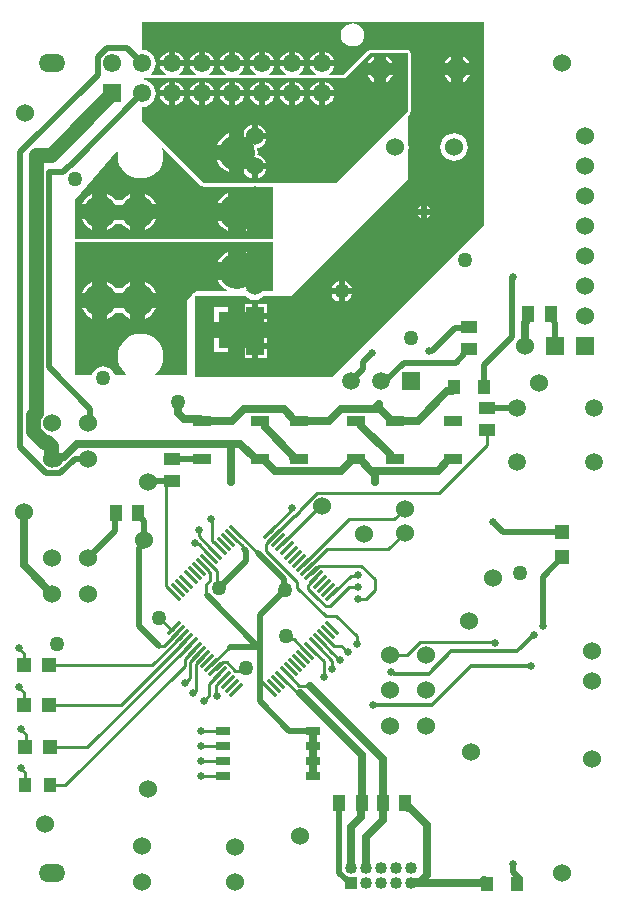
<source format=gtl>
%FSTAX23Y23*%
%MOIN*%
%SFA1B1*%

%IPPOS*%
%AMD21*
4,1,4,-0.025700,0.017400,0.017400,-0.025700,0.025700,-0.017400,-0.017400,0.025700,-0.025700,0.017400,0.0*
%
%AMD22*
4,1,4,0.017400,0.025700,-0.025700,-0.017400,-0.017400,-0.025700,0.025700,0.017400,0.017400,0.025700,0.0*
%
%ADD10C,0.010000*%
%ADD16R,0.041340X0.055120*%
%ADD17R,0.055120X0.041340*%
%ADD18R,0.059060X0.035430*%
%ADD19R,0.050000X0.029920*%
%ADD20R,0.047240X0.047240*%
G04~CAMADD=21~9~0.0~0.0~610.2~118.1~0.0~0.0~0~0.0~0.0~0.0~0.0~0~0.0~0.0~0.0~0.0~0~0.0~0.0~0.0~135.0~514.0~513.0*
%ADD21D21*%
G04~CAMADD=22~9~0.0~0.0~610.2~118.1~0.0~0.0~0~0.0~0.0~0.0~0.0~0~0.0~0.0~0.0~0.0~0~0.0~0.0~0.0~45.0~514.0~513.0*
%ADD22D22*%
%ADD23R,0.043310X0.047240*%
%ADD24R,0.043310X0.049210*%
%ADD25R,0.047240X0.047240*%
%ADD52C,0.020000*%
%ADD53C,0.025000*%
%ADD54C,0.050000*%
%ADD55C,0.012000*%
%ADD56C,0.008000*%
%ADD57O,0.089000X0.060000*%
%ADD58R,0.040000X0.040000*%
%ADD59C,0.040000*%
%ADD60C,0.060000*%
%ADD61C,0.109840*%
%ADD62C,0.058980*%
%ADD63C,0.072840*%
%ADD64C,0.059060*%
%ADD65R,0.059060X0.059060*%
%ADD66R,0.120000X0.120000*%
%ADD67C,0.120000*%
%ADD68R,0.060000X0.060000*%
%ADD69C,0.061020*%
%ADD70R,0.061020X0.061020*%
%ADD71C,0.025000*%
%ADD72C,0.050000*%
%LNmotor_unit_rev_3-1*%
%LPD*%
G36*
X00647Y02442D02*
X00651Y0244D01*
X00655Y02439*
X00814*
X00815Y02439*
X00815Y02439*
X00825Y02441*
X00834Y02439*
X00834Y02439*
X00835Y02439*
X00885*
Y02265*
X00225*
Y02395*
X00365Y02558*
X0037Y02555*
X00368Y02542*
X0037Y02527*
X00374Y02512*
X00381Y02499*
X00391Y02488*
X00402Y02478*
X00415Y02471*
X0043Y02467*
X00444Y02466*
X00459Y02467*
X00473Y02471*
X00487Y02478*
X00498Y02488*
X00508Y02499*
X00515Y02512*
X00519Y02527*
X0052Y02542*
X00519Y02556*
X00516Y02567*
X0052Y02569*
X00647Y02442*
G37*
G36*
X01335Y0269D02*
X01095Y0245D01*
X00835*
X00825Y02451*
X00814Y0245*
X00655*
X0045Y02655*
Y02704*
X00461Y02705*
X00472Y0271*
X00482Y02717*
X00489Y02727*
X00494Y02738*
X00495Y0275*
X00494Y02761*
X00489Y02772*
X00482Y02782*
X00472Y02789*
X00461Y02794*
X00456Y02795*
X00457Y028*
X01125*
X0121Y02885*
X01335*
Y0269*
G37*
G36*
X00885Y0209D02*
X00796D01*
X00795Y02095*
X00804Y02099*
X00814Y02108*
X00823Y02118*
X00828Y02128*
X00765*
X00701*
X00706Y02118*
X00715Y02108*
X00725Y02099*
X00734Y02095*
X00733Y0209*
X0063*
X00625Y02085*
X00625*
X00621Y02084*
X00617Y02082*
X00615Y02078*
X00614Y02075*
Y02074*
X006Y0206*
Y0181*
X00494*
X00492Y01814*
X00498Y01819*
X00508Y0183*
X00515Y01844*
X00519Y01858*
X0052Y01873*
X00519Y01887*
X00515Y01902*
X00508Y01915*
X00498Y01926*
X00487Y01936*
X00473Y01943*
X00459Y01947*
X00444Y01949*
X0043Y01947*
X00415Y01943*
X00402Y01936*
X00391Y01926*
X00381Y01915*
X00374Y01902*
X0037Y01887*
X00368Y01873*
X0037Y01858*
X00374Y01844*
X00381Y0183*
X00391Y01819*
X00396Y01814*
X00395Y0181*
X00359*
X00358Y0181*
X00354Y0182*
X00348Y01828*
X0034Y01834*
X0033Y01838*
X0032Y0184*
X00309Y01838*
X00299Y01834*
X00291Y01828*
X00285Y0182*
X00281Y0181*
X0028Y0181*
X00225*
Y02255*
X00885*
Y0209*
G37*
G36*
X0159Y0231D02*
X01085Y01805D01*
X00625*
Y02075*
X00792*
X00792Y02073*
X00802Y02066*
X00813Y02062*
X00825Y0206*
X00836Y02062*
X00847Y02066*
X00857Y02073*
X00857Y02075*
X00945*
X01335Y02465*
Y02554*
X01336Y02559*
X01338Y02571*
X01336Y02582*
X01335Y02587*
Y02675*
X01342Y02682*
X01344Y02686*
X01345Y0269*
Y02885*
X01344Y02888*
X01342Y02892*
X01338Y02894*
X01335Y02895*
X0121*
X01206Y02894*
X01202Y02892*
X0112Y0281*
X01072*
X01071Y02812*
X01071Y02815*
X01078Y02821*
X01085Y02829*
X01089Y02839*
X01089Y0284*
X0101*
X0101Y02839*
X01014Y02829*
X01021Y02821*
X01028Y02815*
X01028Y02812*
X01027Y0281*
X00972*
X00971Y02812*
X00971Y02815*
X00978Y02821*
X00985Y02829*
X00989Y02839*
X00989Y0284*
X0091*
X0091Y02839*
X00914Y02829*
X00921Y02821*
X00928Y02815*
X00928Y02812*
X00927Y0281*
X00872*
X00871Y02812*
X00871Y02815*
X00878Y02821*
X00885Y02829*
X00889Y02839*
X00889Y0284*
X0081*
X0081Y02839*
X00814Y02829*
X00821Y02821*
X00828Y02815*
X00828Y02812*
X00827Y0281*
X00772*
X00771Y02812*
X00771Y02815*
X00778Y02821*
X00785Y02829*
X00789Y02839*
X00789Y0284*
X0071*
X0071Y02839*
X00714Y02829*
X00721Y02821*
X00728Y02815*
X00728Y02812*
X00727Y0281*
X00672*
X00671Y02812*
X00671Y02815*
X00678Y02821*
X00685Y02829*
X00689Y02839*
X00689Y0284*
X0061*
X0061Y02839*
X00614Y02829*
X00621Y02821*
X00628Y02815*
X00628Y02812*
X00627Y0281*
X00572*
X00571Y02812*
X00571Y02815*
X00578Y02821*
X00585Y02829*
X00589Y02839*
X00589Y0284*
X0051*
X0051Y02839*
X00514Y02829*
X00521Y02821*
X00528Y02815*
X00528Y02812*
X00527Y0281*
X00481*
X00479Y02815*
X00482Y02817*
X00489Y02827*
X00494Y02838*
X00495Y0285*
X00494Y02861*
X00489Y02872*
X00482Y02882*
X00472Y02889*
X00461Y02894*
X0045Y02895*
Y02989*
X0159*
Y0231*
G37*
%LNmotor_unit_rev_3-2*%
%LPC*%
G36*
X00795Y02418D02*
Y02385D01*
X00828*
X00823Y02394*
X00814Y02404*
X00804Y02413*
X00795Y02418*
G37*
G36*
X00735D02*
X00725Y02413D01*
X00715Y02404*
X00706Y02394*
X00701Y02385*
X00735*
Y02418*
G37*
G36*
X0046Y02415D02*
Y0238D01*
X00495*
X00489Y02391*
X00481Y02401*
X00471Y02409*
X0046Y02415*
G37*
G36*
X00284D02*
X00273Y02409D01*
X00263Y02401*
X00255Y02391*
X00249Y0238*
X00284*
Y02415*
G37*
G36*
X00495Y0233D02*
X0046D01*
Y02294*
X00471Y023*
X00481Y02308*
X00489Y02318*
X00495Y0233*
G37*
G36*
X00284D02*
X00249D01*
X00255Y02318*
X00263Y02308*
X00273Y023*
X00284Y02294*
Y0233*
G37*
G36*
X00334Y02415D02*
Y02355D01*
Y02294*
X00346Y023*
X00355Y02308*
X0036Y02314*
X00384*
X00388Y02308*
X00398Y023*
X0041Y02294*
Y02355*
Y02415*
X00398Y02409*
X00388Y02401*
X00384Y02395*
X0036*
X00355Y02401*
X00346Y02409*
X00334Y02415*
G37*
G36*
X00828Y02325D02*
X00795D01*
Y02291*
X00804Y02296*
X00814Y02305*
X00823Y02315*
X00828Y02325*
G37*
G36*
X00735D02*
X00701D01*
X00706Y02315*
X00715Y02305*
X00725Y02296*
X00735Y02291*
Y02325*
G37*
G36*
X01264Y02871D02*
Y0285D01*
X01286*
X01284Y02853*
X01277Y02863*
X01267Y0287*
X01264Y02871*
G37*
G36*
X01224D02*
X0122Y0287D01*
X0121Y02863*
X01203Y02853*
X01202Y0285*
X01224*
Y02871*
G37*
G36*
X01286Y0281D02*
X01264D01*
Y02788*
X01267Y02789*
X01277Y02796*
X01284Y02806*
X01286Y0281*
G37*
G36*
X01224D02*
X01202D01*
X01203Y02806*
X0121Y02796*
X0122Y02789*
X01224Y02788*
Y0281*
G37*
G36*
X0106Y02789D02*
Y0276D01*
X01089*
X01089Y0276*
X01085Y0277*
X01078Y02778*
X0107Y02785*
X0106Y02789*
X0106Y02789*
G37*
G36*
X0104D02*
X01039Y02789D01*
X01029Y02785*
X01021Y02778*
X01014Y0277*
X0101Y0276*
X0101Y0276*
X0104*
Y02789*
G37*
G36*
X0096D02*
Y0276D01*
X00989*
X00989Y0276*
X00985Y0277*
X00978Y02778*
X0097Y02785*
X0096Y02789*
X0096Y02789*
G37*
G36*
X0094D02*
X00939Y02789D01*
X00929Y02785*
X00921Y02778*
X00914Y0277*
X0091Y0276*
X0091Y0276*
X0094*
Y02789*
G37*
G36*
X0086D02*
Y0276D01*
X00889*
X00889Y0276*
X00885Y0277*
X00878Y02778*
X0087Y02785*
X0086Y02789*
X0086Y02789*
G37*
G36*
X0084D02*
X00839Y02789D01*
X00829Y02785*
X00821Y02778*
X00814Y0277*
X0081Y0276*
X0081Y0276*
X0084*
Y02789*
G37*
G36*
X0076D02*
Y0276D01*
X00789*
X00789Y0276*
X00785Y0277*
X00778Y02778*
X0077Y02785*
X0076Y02789*
X0076Y02789*
G37*
G36*
X0074D02*
X00739Y02789D01*
X00729Y02785*
X00721Y02778*
X00714Y0277*
X0071Y0276*
X0071Y0276*
X0074*
Y02789*
G37*
G36*
X0066D02*
Y0276D01*
X00689*
X00689Y0276*
X00685Y0277*
X00678Y02778*
X0067Y02785*
X0066Y02789*
X0066Y02789*
G37*
G36*
X0064D02*
X00639Y02789D01*
X00629Y02785*
X00621Y02778*
X00614Y0277*
X0061Y0276*
X0061Y0276*
X0064*
Y02789*
G37*
G36*
X0056D02*
Y0276D01*
X00589*
X00589Y0276*
X00585Y0277*
X00578Y02778*
X0057Y02785*
X0056Y02789*
X0056Y02789*
G37*
G36*
X0054D02*
X00539Y02789D01*
X00529Y02785*
X00521Y02778*
X00514Y0277*
X0051Y0276*
X0051Y0276*
X0054*
Y02789*
G37*
G36*
X01089Y0274D02*
X0106D01*
Y0271*
X0106Y0271*
X0107Y02714*
X01078Y02721*
X01085Y02729*
X01089Y02739*
X01089Y0274*
G37*
G36*
X0104D02*
X0101D01*
X0101Y02739*
X01014Y02729*
X01021Y02721*
X01029Y02714*
X01039Y0271*
X0104Y0271*
Y0274*
G37*
G36*
X00989D02*
X0096D01*
Y0271*
X0096Y0271*
X0097Y02714*
X00978Y02721*
X00985Y02729*
X00989Y02739*
X00989Y0274*
G37*
G36*
X0094D02*
X0091D01*
X0091Y02739*
X00914Y02729*
X00921Y02721*
X00929Y02714*
X00939Y0271*
X0094Y0271*
Y0274*
G37*
G36*
X00889D02*
X0086D01*
Y0271*
X0086Y0271*
X0087Y02714*
X00878Y02721*
X00885Y02729*
X00889Y02739*
X00889Y0274*
G37*
G36*
X0084D02*
X0081D01*
X0081Y02739*
X00814Y02729*
X00821Y02721*
X00829Y02714*
X00839Y0271*
X0084Y0271*
Y0274*
G37*
G36*
X00789D02*
X0076D01*
Y0271*
X0076Y0271*
X0077Y02714*
X00778Y02721*
X00785Y02729*
X00789Y02739*
X00789Y0274*
G37*
G36*
X0074D02*
X0071D01*
X0071Y02739*
X00714Y02729*
X00721Y02721*
X00729Y02714*
X00739Y0271*
X0074Y0271*
Y0274*
G37*
G36*
X00689D02*
X0066D01*
Y0271*
X0066Y0271*
X0067Y02714*
X00678Y02721*
X00685Y02729*
X00689Y02739*
X00689Y0274*
G37*
G36*
X0064D02*
X0061D01*
X0061Y02739*
X00614Y02729*
X00621Y02721*
X00629Y02714*
X00639Y0271*
X0064Y0271*
Y0274*
G37*
G36*
X00589D02*
X0056D01*
Y0271*
X0056Y0271*
X0057Y02714*
X00578Y02721*
X00585Y02729*
X00589Y02739*
X00589Y0274*
G37*
G36*
X0054D02*
X0051D01*
X0051Y02739*
X00514Y02729*
X00521Y02721*
X00529Y02714*
X00539Y0271*
X0054Y0271*
Y0274*
G37*
G36*
X00835Y02645D02*
Y02616D01*
X00864*
X00863Y02616*
X00859Y02626*
X00853Y02634*
X00845Y0264*
X00835Y02644*
X00835Y02645*
G37*
G36*
X0074Y02617D02*
X00738Y02616D01*
X00725Y0261*
X00715Y02601*
X00706Y02591*
X007Y02578*
X00699Y02577*
X0074*
Y02617*
G37*
G36*
Y02527D02*
X00699D01*
X007Y02525*
X00706Y02512*
X00715Y02502*
X00725Y02493*
X00738Y02487*
X0074Y02486*
Y02527*
G37*
G36*
X00864Y02496D02*
X00835D01*
Y02466*
X00835Y02467*
X00845Y02471*
X00853Y02477*
X00859Y02485*
X00863Y02495*
X00864Y02496*
G37*
G36*
X00815Y02645D02*
X00814Y02644D01*
X00804Y0264*
X00796Y02634*
X0079Y02626*
X0079Y02626*
Y02552*
Y02485*
X0079Y02485*
X00796Y02477*
X00804Y02471*
X00814Y02467*
X00815Y02466*
Y02506*
X00825*
Y02516*
X00864*
X00863Y02516*
X00859Y02526*
X00853Y02534*
X00845Y0254*
X00835Y02544*
X00834Y02545*
X00835Y02552*
X00833Y02565*
X00834Y02566*
X00835Y02567*
X00845Y02571*
X00853Y02577*
X00859Y02585*
X00863Y02595*
X00864Y02596*
X00825*
Y02606*
X00815*
Y02645*
G37*
G36*
X00795Y02221D02*
Y02188D01*
X00828*
X00823Y02197*
X00814Y02207*
X00804Y02216*
X00795Y02221*
G37*
G36*
X00735D02*
X00725Y02216D01*
X00715Y02207*
X00706Y02197*
X00701Y02188*
X00735*
Y02221*
G37*
G36*
X0046Y0212D02*
Y02085D01*
X00495*
X00489Y02096*
X00481Y02106*
X00471Y02114*
X0046Y0212*
G37*
G36*
X00284D02*
X00273Y02114D01*
X00263Y02106*
X00255Y02096*
X00249Y02085*
X00284*
Y0212*
G37*
G36*
X00495Y02035D02*
X0046D01*
Y01999*
X00471Y02005*
X00481Y02013*
X00489Y02023*
X00495Y02035*
G37*
G36*
X00284D02*
X00249D01*
X00255Y02023*
X00263Y02013*
X00273Y02005*
X00284Y01999*
Y02035*
G37*
G36*
X00334Y0212D02*
Y0206D01*
Y01999*
X00346Y02005*
X00355Y02013*
X0036Y02019*
X00384*
X00388Y02013*
X00398Y02005*
X0041Y01999*
Y0206*
Y0212*
X00398Y02114*
X00388Y02106*
X00384Y021*
X0036*
X00355Y02106*
X00346Y02114*
X00334Y0212*
G37*
G36*
X01151Y02983D02*
X01141Y02982D01*
X01132Y02978*
X01124Y02972*
X01117Y02964*
X01113Y02955*
X01112Y02944*
X01113Y02934*
X01117Y02925*
X01124Y02917*
X01132Y02911*
X01141Y02907*
X01151Y02906*
X01161Y02907*
X01171Y02911*
X01179Y02917*
X01185Y02925*
X01189Y02934*
X0119Y02944*
X01189Y02955*
X01185Y02964*
X01179Y02972*
X01171Y02978*
X01161Y02982*
X01151Y02983*
G37*
G36*
X0106Y02889D02*
Y0286D01*
X01089*
X01089Y0286*
X01085Y0287*
X01078Y02878*
X0107Y02885*
X0106Y02889*
X0106Y02889*
G37*
G36*
X0104D02*
X01039Y02889D01*
X01029Y02885*
X01021Y02878*
X01014Y0287*
X0101Y0286*
X0101Y0286*
X0104*
Y02889*
G37*
G36*
X0096D02*
Y0286D01*
X00989*
X00989Y0286*
X00985Y0287*
X00978Y02878*
X0097Y02885*
X0096Y02889*
X0096Y02889*
G37*
G36*
X0094D02*
X00939Y02889D01*
X00929Y02885*
X00921Y02878*
X00914Y0287*
X0091Y0286*
X0091Y0286*
X0094*
Y02889*
G37*
G36*
X0086D02*
Y0286D01*
X00889*
X00889Y0286*
X00885Y0287*
X00878Y02878*
X0087Y02885*
X0086Y02889*
X0086Y02889*
G37*
G36*
X0084D02*
X00839Y02889D01*
X00829Y02885*
X00821Y02878*
X00814Y0287*
X0081Y0286*
X0081Y0286*
X0084*
Y02889*
G37*
G36*
X0076D02*
Y0286D01*
X00789*
X00789Y0286*
X00785Y0287*
X00778Y02878*
X0077Y02885*
X0076Y02889*
X0076Y02889*
G37*
G36*
X0074D02*
X00739Y02889D01*
X00729Y02885*
X00721Y02878*
X00714Y0287*
X0071Y0286*
X0071Y0286*
X0074*
Y02889*
G37*
G36*
X0066D02*
Y0286D01*
X00689*
X00689Y0286*
X00685Y0287*
X00678Y02878*
X0067Y02885*
X0066Y02889*
X0066Y02889*
G37*
G36*
X0064D02*
X00639Y02889D01*
X00629Y02885*
X00621Y02878*
X00614Y0287*
X0061Y0286*
X0061Y0286*
X0064*
Y02889*
G37*
G36*
X0056D02*
Y0286D01*
X00589*
X00589Y0286*
X00585Y0287*
X00578Y02878*
X0057Y02885*
X0056Y02889*
X0056Y02889*
G37*
G36*
X0054D02*
X00539Y02889D01*
X00529Y02885*
X00521Y02878*
X00514Y0287*
X0051Y0286*
X0051Y0286*
X0054*
Y02889*
G37*
G36*
X0152Y02871D02*
Y0285D01*
X01541*
X0154Y02853*
X01533Y02863*
X01523Y0287*
X0152Y02871*
G37*
G36*
X0148D02*
X01476Y0287D01*
X01466Y02863*
X01459Y02853*
X01458Y0285*
X0148*
Y02871*
G37*
G36*
X01541Y0281D02*
X0152D01*
Y02788*
X01523Y02789*
X01533Y02796*
X0154Y02806*
X01541Y0281*
G37*
G36*
X0148D02*
X01458D01*
X01459Y02806*
X01466Y02796*
X01476Y02789*
X0148Y02788*
Y0281*
G37*
G36*
X0149Y02616D02*
X01478Y02614D01*
X01467Y0261*
X01457Y02603*
X0145Y02593*
X01446Y02582*
X01444Y02571*
X01446Y02559*
X0145Y02548*
X01457Y02538*
X01467Y02531*
X01478Y02527*
X0149Y02525*
X01501Y02527*
X01512Y02531*
X01522Y02538*
X01529Y02548*
X01533Y02559*
X01535Y02571*
X01533Y02582*
X01529Y02593*
X01522Y02603*
X01512Y0261*
X01501Y02614*
X0149Y02616*
G37*
G36*
X014Y02375D02*
Y02365D01*
X0141*
X01406Y02371*
X014Y02375*
G37*
G36*
X0138D02*
X01373Y02371D01*
X01369Y02365*
X0138*
Y02375*
G37*
G36*
X0141Y02345D02*
X014D01*
Y02334*
X01406Y02338*
X0141Y02345*
G37*
G36*
X0138D02*
X01369D01*
X01373Y02338*
X0138Y02334*
Y02345*
G37*
G36*
X01125Y02123D02*
Y021D01*
X01148*
X01145Y02107*
X01139Y02114*
X01132Y0212*
X01125Y02123*
G37*
G36*
X01105D02*
X01097Y0212D01*
X0109Y02114*
X01084Y02107*
X01081Y021*
X01105*
Y02123*
G37*
G36*
X01148Y0208D02*
X01125D01*
Y02056*
X01132Y02059*
X01139Y02065*
X01145Y02072*
X01148Y0208*
G37*
G36*
X01105D02*
X01081D01*
X01084Y02072*
X0109Y02065*
X01097Y02059*
X01105Y02056*
Y0208*
G37*
G36*
X00865Y02046D02*
X00835D01*
Y02016*
X00865*
Y02046*
G37*
G36*
X00815D02*
X00792D01*
Y01988*
X00865*
Y01996*
X00825*
Y02006*
X00815*
Y02046*
G37*
G36*
X00737Y02036D02*
X0069D01*
Y01988*
X00737*
Y02036*
G37*
G36*
Y01933D02*
X0069D01*
Y01886*
X00737*
Y01933*
G37*
G36*
X00865Y01896D02*
X00835D01*
Y01866*
X00865*
Y01896*
G37*
G36*
Y01933D02*
X00792D01*
Y01866*
X00815*
Y01906*
X00825*
Y01916*
X00865*
Y01933*
G37*
%LNmotor_unit_rev_3-3*%
%LPD*%
G54D10*
X0095Y01363D02*
Y01367D01*
X00875Y01289D02*
X0095Y01363D01*
X00507Y01D02*
X0051D01*
X00547Y00962*
X00548*
X00555Y00969*
X00795Y00831D02*
Y00835D01*
X0076Y00825D02*
X00789D01*
X00731Y00854D02*
X0076Y00825D01*
X00789D02*
X00795Y00831D01*
X007Y01105D02*
X00705Y011D01*
X007Y01105D02*
Y01158D01*
X00666Y01192D02*
X007Y01158D01*
X0072Y00854D02*
X00731D01*
X00695Y0083D02*
X0072Y00854D01*
X00694Y0083D02*
X00695D01*
X0093Y0094D02*
X00939Y0093D01*
X00956*
X01Y00885*
X0075Y01275D02*
X00785Y0124D01*
Y01235D02*
Y0124D01*
Y01235D02*
X0079Y0123D01*
X01Y00884D02*
Y00885D01*
X00697Y00742D02*
X007Y0074D01*
X00697Y00742D02*
Y00776D01*
X00722Y00801*
Y00802*
X00655Y00725D02*
X00674Y00744D01*
Y00782*
X00708Y00816*
X00555Y0108D02*
Y01081D01*
X0053Y01106D02*
X00555Y01081D01*
X0053Y01106D02*
Y01441D01*
X00546Y01457*
X0055*
X01165Y00914D02*
Y0094D01*
X01096Y01008D02*
X01165Y0094D01*
X01593Y01627D02*
X016Y0162D01*
X00864Y01225D02*
X00967Y01122D01*
Y01102D02*
Y01122D01*
X00864Y01249D02*
X00889Y01274D01*
X00864Y01225D02*
Y01249D01*
X00967Y01102D02*
X01061Y01008D01*
X01096*
X00889Y01274D02*
Y01275D01*
X01221Y01417D02*
X01439D01*
X0122Y01418D02*
X01221Y01417D01*
X01032Y01418D02*
X0122D01*
X01439Y01417D02*
X016Y01577D01*
Y0162*
X00975Y01356D02*
Y01361D01*
X0096Y01341D02*
X00975Y01356D01*
X00956Y01341D02*
X0096D01*
X0089Y01275D02*
X00956Y01341D01*
X00889Y01275D02*
X0089D01*
X00975Y01361D02*
X01032Y01418D01*
X01593Y01627D02*
X016D01*
X00522Y00908D02*
X00569Y00955D01*
X00515Y00908D02*
X00522D01*
X00507Y00907D02*
X00514D01*
X00515Y00908*
X00645Y00474D02*
X00645Y00475D01*
X0072*
X00645Y00524D02*
X00645Y00525D01*
X0072*
X00645Y00574D02*
X00645Y00575D01*
X0072*
X00645Y00625D02*
X0072D01*
X0004Y009D02*
X00057Y00882D01*
Y00843D02*
Y00882D01*
X0004Y0077D02*
X00057Y00752D01*
Y0071D02*
Y00752D01*
X00062Y00573D02*
Y00593D01*
Y00612*
X00045Y0063D02*
X00062Y00612D01*
X00045Y005D02*
X0006Y00484D01*
Y00443D02*
Y00484D01*
X01413Y0092D02*
X01625D01*
X01412Y00921D02*
X01413Y0092D01*
X01377Y00921D02*
X01412D01*
X01334Y00878D02*
X01377Y00921D01*
X01276Y00878D02*
X01334D01*
X00988Y00775D02*
X0101D01*
X00987Y00775D02*
X00988Y00775D01*
X00972Y00775D02*
X00987D01*
X00931Y00816D02*
X00972Y00775D01*
X00969Y0075D02*
X00977D01*
X00917Y00802D02*
X00969Y0075D01*
X00917Y01247D02*
X01044Y01375D01*
X0105*
X01076Y01041D02*
X0114Y01105D01*
X0117*
X01061Y01041D02*
X01076D01*
X01033Y01069D02*
X01061Y01041D01*
X01033Y01069D02*
D01*
X01003Y01099D02*
X01033Y01069D01*
X01003Y01099D02*
Y0111D01*
X01028Y01135*
Y01136*
X0061Y00855D02*
X00639Y00884D01*
X0061Y008D02*
Y00855D01*
X00639Y00884D02*
Y00885D01*
X00594Y00785D02*
X0061Y008D01*
X00628Y00845D02*
X00652Y0087D01*
X00628Y00758D02*
Y00845D01*
X00652Y0087D02*
D01*
X0062Y0075D02*
X00628Y00758D01*
X01145Y01142D02*
X01167D01*
X01084Y0108D02*
X01145Y01142D01*
X01167D02*
X0117Y01145D01*
X0014Y00843D02*
X00484D01*
X00583Y00941*
X00141Y0057D02*
X00267D01*
X00611Y00913*
X0014Y0071D02*
X00379D01*
X00597Y00927*
X00592Y00865D02*
X00625Y00898D01*
X00193Y00443D02*
X00592Y00841D01*
Y00865*
X00625Y00898D02*
Y00899D01*
X00143Y00443D02*
X00193D01*
X0068Y00844D02*
X00741Y00905D01*
X00662Y01079D02*
Y0111D01*
Y01079D02*
X00665Y01076D01*
X00841Y00795D02*
X00875Y0076D01*
X00652Y01177D02*
Y01178D01*
X00677Y01126D02*
Y01152D01*
X00662Y0111D02*
X00677Y01126D01*
X00652Y01177D02*
X00677Y01152D01*
X00764Y01289D02*
X00835Y01218D01*
X00639Y01247D02*
X0068Y01205D01*
X00627Y01247D02*
X00639D01*
X00625Y0125D02*
X00627Y01247D01*
X0064Y01274D02*
Y01295D01*
Y01274D02*
X00694Y01219D01*
X0068Y01325D02*
Y0133D01*
Y01325D02*
X00683Y01322D01*
Y01259D02*
Y01322D01*
Y01259D02*
X00708Y01234D01*
Y01233D02*
Y01234D01*
X01195Y01065D02*
X01225Y01095D01*
X0117Y01065D02*
X01195D01*
X01225Y01095D02*
Y0113D01*
X01179Y01175D02*
X01225Y0113D01*
X0104Y01175D02*
X01179D01*
X01015Y0115D02*
X0104Y01175D01*
X01014Y0115D02*
X01015D01*
X01014Y01149D02*
Y0115D01*
X01114Y00909D02*
X01137Y00887D01*
X01088Y00909D02*
X01114D01*
X01056Y00941D02*
X01088Y00909D01*
X0108Y00889D02*
X0111Y0086D01*
X0108Y00889D02*
X0108D01*
X01042Y00927D02*
X0108Y00889D01*
X01082Y00832D02*
Y00859D01*
X01028Y00913D02*
X01082Y00859D01*
X01055Y00806D02*
Y00859D01*
X01014Y00899D02*
X01055Y00859D01*
Y00806D02*
X01055Y00805D01*
X01138Y0133D02*
X0129D01*
X01325Y01365*
X00987Y01178D02*
X01138Y0133D01*
X01066Y0123D02*
X0127D01*
X01325Y01285*
X01Y01164D02*
X01066Y0123D01*
G54D16*
X01327Y00385D03*
X01252D03*
X01182D03*
X01107D03*
X00362Y0135D03*
X00437D03*
X01812Y02015D03*
X01737D03*
G54D17*
X0154Y01972D03*
Y01897D03*
X016Y01702D03*
Y01627D03*
X0055Y01457D03*
Y01532D03*
G54D18*
X00841Y0153D03*
Y01659D03*
X00648D03*
Y0153D03*
X01163D03*
Y01659D03*
X00971D03*
Y0153D03*
X01486D03*
Y01659D03*
X01293D03*
Y0153D03*
G54D19*
X0102Y00625D03*
Y00575D03*
Y00525D03*
Y00475D03*
X0072D03*
Y00525D03*
Y00575D03*
Y00625D03*
G54D20*
X0185Y01286D03*
Y01203D03*
G54D21*
X00555Y0108D03*
X00569Y01094D03*
X00583Y01108D03*
X00597Y01122D03*
X00611Y01136D03*
X00625Y0115D03*
X00639Y01164D03*
X00652Y01178D03*
X00666Y01192D03*
X0068Y01205D03*
X00694Y01219D03*
X00708Y01233D03*
X00722Y01247D03*
X00736Y01261D03*
X0075Y01275D03*
X00764Y01289D03*
X01084Y00969D03*
X0107Y00955D03*
X01056Y00941D03*
X01042Y00927D03*
X01028Y00913D03*
X01014Y00899D03*
X01Y00885D03*
X00987Y00871D03*
X00973Y00857D03*
X00959Y00844D03*
X00945Y0083D03*
X00931Y00816D03*
X00917Y00802D03*
X00903Y00788D03*
X00889Y00774D03*
X00875Y0076D03*
G54D22*
X00875Y01289D03*
X00889Y01275D03*
X00903Y01261D03*
X00917Y01247D03*
X00931Y01233D03*
X00945Y01219D03*
X00959Y01205D03*
X00973Y01192D03*
X00987Y01178D03*
X01Y01164D03*
X01014Y0115D03*
X01028Y01136D03*
X01042Y01122D03*
X01056Y01108D03*
X0107Y01094D03*
X01084Y0108D03*
X00764Y0076D03*
X0075Y00774D03*
X00736Y00788D03*
X00722Y00802D03*
X00708Y00816D03*
X00694Y0083D03*
X0068Y00844D03*
X00666Y00857D03*
X00652Y00871D03*
X00639Y00885D03*
X00625Y00899D03*
X00611Y00913D03*
X00597Y00927D03*
X00583Y00941D03*
X00569Y00955D03*
X00555Y00969D03*
G54D23*
X0006Y00443D03*
X00143D03*
G54D24*
X01589Y0177D03*
X0149D03*
X01698Y00115D03*
X016D03*
G54D25*
X00057Y00843D03*
X0014D03*
X00057Y0071D03*
X0014D03*
X00058Y0057D03*
X00141D03*
G54D52*
X01495Y01852D02*
X01522Y0188D01*
Y01886*
X01533Y01897*
X0154*
X01415Y0189D02*
X01494Y01969D01*
X01405Y0189D02*
X01415D01*
X01494Y01969D02*
X01536D01*
X0154Y01972*
X01405Y0189D02*
X01405Y0189D01*
X01589Y0177D02*
Y01845D01*
X01323Y01852D02*
X01495D01*
X01263Y01793D02*
X01323Y01852D01*
X01248Y01793D02*
X01263D01*
X01245Y0179D02*
X01248Y01793D01*
X01185Y0183D02*
Y01855D01*
X01215Y01885*
X01145Y0179D02*
X01185Y0183D01*
X00841Y00723D02*
Y00795D01*
X01684Y02139D02*
X01685Y0214D01*
X01589Y01845D02*
X01684Y01939D01*
X01685Y00155D02*
Y0018D01*
Y00155D02*
X0171Y0013D01*
Y00126D02*
Y0013D01*
X00301Y02812D02*
Y0287D01*
X00044Y02554D02*
X00301Y02812D01*
X00331Y029D02*
X004D01*
X0045Y0285*
X00301Y0287D02*
X00331Y029D01*
X00138Y02488D02*
X00187D01*
X00207Y02508*
X00208*
X0045Y0275*
X00444Y02844D02*
X0045Y0285D01*
X00276Y0165D02*
Y01698D01*
X01135Y00127D02*
X01145Y00117D01*
X01131Y00127D02*
X01135D01*
X01107Y00151D02*
X01131Y00127D01*
X01107Y00151D02*
Y00384D01*
X01107Y00385*
X00044Y0157D02*
X0013Y01484D01*
X00044Y0157D02*
Y02554D01*
X00225Y01532D02*
X00268D01*
X00138Y01836D02*
Y02488D01*
X00552Y0153D02*
X00648D01*
X00705Y011D02*
X00795Y0119D01*
X0079Y0123D02*
X00795Y01225D01*
Y0119D02*
Y01225D01*
X00472Y01457D02*
X00546D01*
X0047Y01455D02*
X00472Y01457D01*
X0044Y00975D02*
Y01234D01*
X00455Y01249*
Y0126*
Y01325*
X00437Y01343D02*
X00455Y01325D01*
X00437Y01343D02*
Y0135D01*
X0044Y00975D02*
X00507Y00907D01*
X0055Y01532D02*
X00552Y0153D01*
X016Y01702D02*
X01602Y017D01*
X017*
X01785Y01138D02*
X0185Y01203D01*
X01785Y00975D02*
Y01138D01*
X0185Y01203D02*
Y01205D01*
X01698Y00115D02*
X0171Y00126D01*
X01684Y01939D02*
Y02139D01*
X00268Y012D02*
X00359Y01291D01*
Y01347*
X01653Y01286D02*
X0185D01*
X0162Y0132D02*
X01653Y01286D01*
X00143Y00444D02*
X00154Y00456D01*
X00741Y00905D02*
X00836D01*
X00841*
Y00795D02*
Y00905D01*
X00665Y01076D02*
X00836Y00905D01*
X00841D02*
Y01011D01*
Y00723D02*
X0094Y00625D01*
X00841Y01011D02*
X00925Y01095D01*
X00923Y01096D02*
X00925Y01095D01*
X0094Y00625D02*
X0102D01*
X00835Y01218D02*
X00923Y0113D01*
Y01096D02*
Y0113D01*
X01823Y01987D02*
Y02004D01*
X01825Y01906D02*
Y01985D01*
X01823Y01987D02*
X01825Y01985D01*
X01812Y02015D02*
X01823Y02004D01*
X0013Y01484D02*
X00177D01*
X00225Y01532*
X00138Y01836D02*
X00276Y01698D01*
G54D53*
X01369Y01659D02*
X01467Y01757D01*
X01481*
X0149Y01767*
Y0177*
X01225Y01491D02*
X01436D01*
X01225Y01698D02*
X01243D01*
X01729Y02006D02*
X01737Y02015D01*
X01729Y01989D02*
Y02006D01*
X01725Y01985D02*
X01729Y01989D01*
X01725Y01906D02*
Y01985D01*
X01225Y01698D02*
X0124Y01713D01*
X01598Y00116D02*
X016Y00115D01*
X01346Y00116D02*
X01598D01*
X01345Y00117D02*
X01346Y00116D01*
X014Y00145D02*
Y00312D01*
X01345Y00117D02*
X01347Y0012D01*
X01375D02*
X014Y00145D01*
X01347Y0012D02*
X01375D01*
X01342Y00369D02*
X014Y00312D01*
X0074Y01582D02*
X00777D01*
X00233D02*
X0074D01*
X00745Y01577*
Y01455D02*
Y01577D01*
X01111Y01698D02*
X01225D01*
X01213Y01491D02*
X01225Y0148D01*
Y01455D02*
Y0148D01*
X01293Y01659D02*
X01369D01*
X01112Y0149D02*
X01152Y0153D01*
X00893Y0149D02*
X01112D01*
X00853Y0153D02*
X00893Y0149D01*
X00858Y01637D02*
X00954Y01542D01*
X01474Y0153D02*
X01486D01*
X01436Y01491D02*
X01474Y0153D01*
X01213Y01491D02*
X01225D01*
X01175Y0153D02*
X01213Y01491D01*
X01163Y0153D02*
X01175D01*
X01152D02*
X01163D01*
X00841D02*
X00853D01*
X00959D02*
X00971D01*
X00954Y01535D02*
X00959Y0153D01*
X00954Y01535D02*
Y01542D01*
X00858Y01637D02*
Y01649D01*
X00853Y01654D02*
X00858Y01649D01*
X00841Y01654D02*
X00853D01*
X00777Y01582D02*
X00829Y0153D01*
X00841*
X01281Y01659D02*
X01293D01*
X01243Y01698D02*
X01281Y01659D01*
X01073D02*
X01111Y01698D01*
X00971Y01659D02*
X01073D01*
X00959D02*
X00971D01*
X00921Y01698D02*
X00959Y01659D01*
X00789Y01698D02*
X00921D01*
X0075Y01659D02*
X00789Y01698D01*
X00648Y01659D02*
X0075D01*
X00643Y01665D02*
X00648Y01659D01*
X00569Y01685D02*
Y0172D01*
Y01685D02*
X00589Y01665D01*
X00643*
X00055Y01176D02*
X0015Y01081D01*
X00055Y01176D02*
Y01355D01*
X01163Y01659D02*
X01175D01*
X0118Y01654*
Y01642D02*
Y01654D01*
Y01642D02*
X01276Y01547D01*
Y01535D02*
Y01547D01*
Y01535D02*
X01281Y0153D01*
X01293*
X00359Y01347D02*
X00362Y0135D01*
X0101Y00775D02*
X01252Y00532D01*
Y00385D02*
Y00532D01*
X01195Y0027D02*
X01252Y00327D01*
Y00385*
X01195Y0017D02*
Y0027D01*
X00977Y0075D02*
X01182Y00544D01*
Y00385D02*
Y00544D01*
X01145Y0017D02*
Y00305D01*
X01178Y00338*
Y0038*
X01182Y00385*
X0102Y00475D02*
Y00525D01*
Y00575*
Y00625*
X01335Y00369D02*
X01342D01*
X01327Y00378D02*
Y00385D01*
Y00378D02*
X01335Y00369D01*
X016Y00115D02*
Y00117D01*
X0159Y00127D02*
X016Y00117D01*
X00158Y01532D02*
X00164Y01538D01*
X00189*
X00233Y01582*
G54D54*
X00095Y02545D02*
X00145D01*
X0035Y0275*
X00765Y02158D02*
X00768Y02155D01*
X00145Y01545D02*
X00158Y01532D01*
X00132Y01587D02*
X00145Y01574D01*
Y01545D02*
Y01574D01*
X00123Y01587D02*
X00132D01*
X00087Y01624D02*
X00123Y01587D01*
X00087Y01624D02*
Y01676D01*
X00095Y01684*
Y02545*
X00309Y0206D02*
X00435D01*
X00309Y02355D02*
X00435D01*
G54D55*
X0129Y00815D02*
X01405D01*
X0148Y0089*
X017*
X01755Y00945*
X0123Y0071D02*
X01415D01*
X01545Y0084*
X01745*
G54D56*
X00652Y00869D02*
Y00871D01*
X00597Y00926D02*
Y00927D01*
G54D57*
X0015Y0285D03*
Y0015D03*
G54D58*
X01145Y00117D03*
G54D59*
X01145Y00167D03*
X01195Y00117D03*
Y00167D03*
X01245Y00117D03*
Y00167D03*
X01295Y00117D03*
Y00167D03*
X01345Y00117D03*
Y00167D03*
G54D60*
X0195Y0053D03*
Y0079D03*
Y0089D03*
X0006Y02685D03*
X0119Y0128D03*
X00125Y00315D03*
X0047Y01455D03*
X0045Y0024D03*
Y00121D03*
X0105Y01375D03*
X00268Y0165D03*
Y01532D03*
X0015Y0165D03*
Y01532D03*
X01395Y00641D03*
X01276D03*
X01395Y0076D03*
X01276D03*
Y00878D03*
X01395D03*
X00268Y012D03*
Y01081D03*
X0015Y012D03*
Y01081D03*
X01545Y00555D03*
X0154Y0099D03*
X00055Y01355D03*
X0185Y0285D03*
Y0015D03*
X01325Y01365D03*
Y01285D03*
X0076Y0012D03*
Y00238D03*
X00455Y0126D03*
X01293Y02571D03*
X0149D03*
X01725Y01906D03*
X01925Y02006D03*
Y02106D03*
Y02206D03*
Y02306D03*
Y02406D03*
Y02506D03*
Y02606D03*
X00825D03*
Y02506D03*
Y02406D03*
Y02306D03*
Y02206D03*
Y02106D03*
X00975Y00275D03*
X0047Y0043D03*
X01773Y01785D03*
X0162Y01135D03*
G54D61*
X00435Y02355D03*
X00309D03*
X00435Y0206D03*
X00309D03*
G54D62*
X017Y017D03*
X01955D03*
X017Y01522D03*
X01955D03*
G54D63*
X015Y0283D03*
X01244D03*
G54D64*
X01145Y0179D03*
X01245D03*
G54D65*
X01345Y0179D03*
G54D66*
X00765Y01961D03*
G54D67*
X00765Y02158D03*
Y02355D03*
Y02552D03*
G54D68*
X01825Y01906D03*
X01925D03*
X00825Y02006D03*
Y01906D03*
G54D69*
X0105Y0275D03*
X0095D03*
X0085D03*
X0075D03*
X0065D03*
X0055D03*
X0045D03*
X0105Y0285D03*
X0095D03*
X0085D03*
X0075D03*
X0065D03*
X0055D03*
X0045D03*
X0035D03*
G54D70*
X0035Y0275D03*
G54D71*
X01405Y0189D03*
X0124Y01713D03*
X01215Y01885D03*
X01685Y0018D03*
X00745Y01455D03*
X01225D03*
X0095Y01367D03*
X007Y0074D03*
X0128Y0082D03*
X01755Y00945D03*
X00655Y00725D03*
X0122Y0071D03*
X01745Y0084D03*
X01165Y00914D03*
X00645Y00474D03*
Y00524D03*
Y00574D03*
X00645Y00625D03*
X0004Y009D03*
X01785Y00975D03*
X0004Y0077D03*
X00045Y0063D03*
X01685Y02139D03*
X00045Y005D03*
X01625Y00917D03*
X0117Y01105D03*
X00594Y00785D03*
X0062Y0075D03*
X0162Y0132D03*
X0117Y01145D03*
X0139Y02355D03*
X00625Y0125D03*
X0064Y01295D03*
X0068Y0133D03*
X0117Y01065D03*
X01137Y00887D03*
X0111Y0086D03*
X01082Y00832D03*
X01055Y00805D03*
G54D72*
X01345Y01935D03*
X0032Y018D03*
X00225Y02465D03*
X0142Y029D03*
X0139Y025D03*
X01515Y0236D03*
X0102Y01915D03*
X01276Y0273D03*
X01095Y02555D03*
X00965D03*
X00569Y0172D03*
X00507Y01D03*
X00795Y00835D03*
X00705Y011D03*
X0171Y0115D03*
X0093Y0094D03*
X00165Y00913D03*
X00925Y01095D03*
X01115Y0209D03*
X01525Y02195D03*
M02*
</source>
